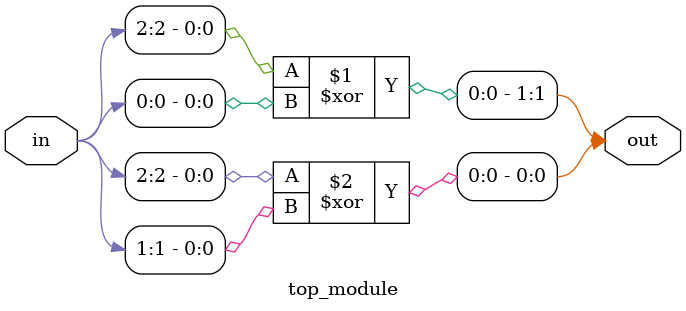
<source format=sv>
module top_module (
	input [2:0] in,
	output [1:0] out
);

	assign out[1] = in[2] ^ in[0];
	assign out[0] = in[2] ^ in[1];
	
endmodule

</source>
